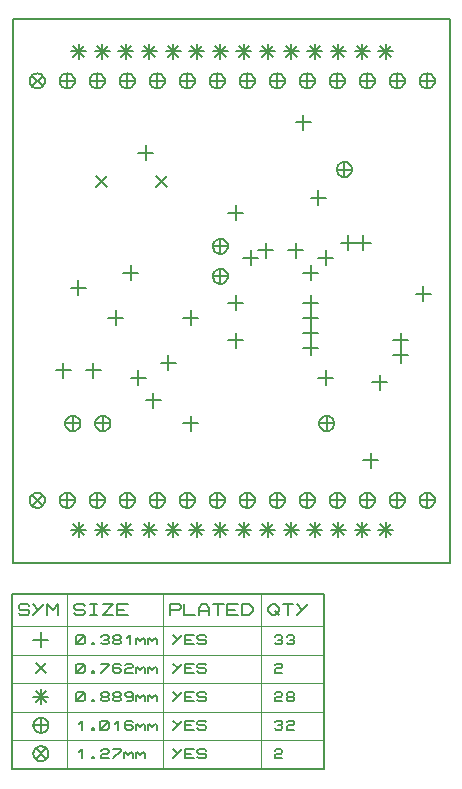
<source format=gbr>
G04 PROTEUS RS274X GERBER FILE*
%FSLAX45Y45*%
%MOMM*%
G01*
%ADD23C,0.203200*%
%ADD26C,0.127000*%
%ADD27C,0.063500*%
D23*
X+1506272Y-2461272D02*
X+1506272Y-2588272D01*
X+1442772Y-2524772D02*
X+1569772Y-2524772D01*
X+2014272Y-1953272D02*
X+2014272Y-2080272D01*
X+1950772Y-2016772D02*
X+2077772Y-2016772D01*
X+2522272Y-2461272D02*
X+2522272Y-2588272D01*
X+2458772Y-2524772D02*
X+2585772Y-2524772D01*
X+680772Y-2905772D02*
X+680772Y-3032772D01*
X+617272Y-2969272D02*
X+744272Y-2969272D01*
X+1506272Y-3357272D02*
X+1506272Y-3484272D01*
X+1442772Y-3420772D02*
X+1569772Y-3420772D01*
X+426772Y-2905772D02*
X+426772Y-3032772D01*
X+363272Y-2969272D02*
X+490272Y-2969272D01*
X+2649272Y-2969272D02*
X+2649272Y-3096272D01*
X+2585772Y-3032772D02*
X+2712772Y-3032772D01*
X+2522272Y-2334272D02*
X+2522272Y-2461272D01*
X+2458772Y-2397772D02*
X+2585772Y-2397772D01*
X+2522272Y-2588272D02*
X+2522272Y-2715272D01*
X+2458772Y-2651772D02*
X+2585772Y-2651772D01*
X+2395272Y-1889772D02*
X+2395272Y-2016772D01*
X+2331772Y-1953272D02*
X+2458772Y-1953272D01*
X+1887272Y-2334272D02*
X+1887272Y-2461272D01*
X+1823772Y-2397772D02*
X+1950772Y-2397772D01*
X+2522272Y-2715272D02*
X+2522272Y-2842272D01*
X+2458772Y-2778772D02*
X+2585772Y-2778772D01*
X+2649272Y-1953272D02*
X+2649272Y-2080272D01*
X+2585772Y-2016772D02*
X+2712772Y-2016772D01*
X+1188772Y-3159772D02*
X+1188772Y-3286772D01*
X+1125272Y-3223272D02*
X+1252272Y-3223272D01*
X+1887272Y-2651772D02*
X+1887272Y-2778772D01*
X+1823772Y-2715272D02*
X+1950772Y-2715272D01*
X+1887272Y-1572272D02*
X+1887272Y-1699272D01*
X+1823772Y-1635772D02*
X+1950772Y-1635772D01*
X+1061772Y-2969272D02*
X+1061772Y-3096272D01*
X+998272Y-3032772D02*
X+1125272Y-3032772D01*
X+871272Y-2461272D02*
X+871272Y-2588272D01*
X+807772Y-2524772D02*
X+934772Y-2524772D01*
X+2141272Y-1889772D02*
X+2141272Y-2016772D01*
X+2077772Y-1953272D02*
X+2204772Y-1953272D01*
X+1315772Y-2842272D02*
X+1315772Y-2969272D01*
X+1252272Y-2905772D02*
X+1379272Y-2905772D01*
X+3284272Y-2778772D02*
X+3284272Y-2905772D01*
X+3220772Y-2842272D02*
X+3347772Y-2842272D01*
X+3284272Y-2651772D02*
X+3284272Y-2778772D01*
X+3220772Y-2715272D02*
X+3347772Y-2715272D01*
X+3105772Y-3007272D02*
X+3105772Y-3134272D01*
X+3042272Y-3070772D02*
X+3169272Y-3070772D01*
X+1125272Y-1064272D02*
X+1125272Y-1191272D01*
X+1061772Y-1127772D02*
X+1188772Y-1127772D01*
X+998272Y-2080272D02*
X+998272Y-2207272D01*
X+934772Y-2143772D02*
X+1061772Y-2143772D01*
X+2839772Y-1826272D02*
X+2839772Y-1953272D01*
X+2776272Y-1889772D02*
X+2903272Y-1889772D01*
X+553772Y-2207272D02*
X+553772Y-2334272D01*
X+490272Y-2270772D02*
X+617272Y-2270772D01*
X+3030272Y-3667772D02*
X+3030272Y-3794772D01*
X+2966772Y-3731272D02*
X+3093772Y-3731272D01*
X+2522272Y-2080272D02*
X+2522272Y-2207272D01*
X+2458772Y-2143772D02*
X+2585772Y-2143772D01*
X+3474772Y-2257272D02*
X+3474772Y-2384272D01*
X+3411272Y-2320772D02*
X+3538272Y-2320772D01*
X+2966772Y-1826272D02*
X+2966772Y-1953272D01*
X+2903272Y-1889772D02*
X+3030272Y-1889772D01*
X+2458772Y-807272D02*
X+2458772Y-934272D01*
X+2395272Y-870772D02*
X+2522272Y-870772D01*
X+2585772Y-1445272D02*
X+2585772Y-1572272D01*
X+2522272Y-1508772D02*
X+2649272Y-1508772D01*
X+555772Y-4257272D02*
X+555772Y-4384272D01*
X+492272Y-4320772D02*
X+619272Y-4320772D01*
X+510871Y-4275871D02*
X+600673Y-4365673D01*
X+510871Y-4365673D02*
X+600673Y-4275871D01*
X+555772Y-207272D02*
X+555772Y-334272D01*
X+492272Y-270772D02*
X+619272Y-270772D01*
X+510871Y-225871D02*
X+600673Y-315673D01*
X+510871Y-315673D02*
X+600673Y-225871D01*
X+755772Y-4257272D02*
X+755772Y-4384272D01*
X+692272Y-4320772D02*
X+819272Y-4320772D01*
X+710871Y-4275871D02*
X+800673Y-4365673D01*
X+710871Y-4365673D02*
X+800673Y-4275871D01*
X+755772Y-207272D02*
X+755772Y-334272D01*
X+692272Y-270772D02*
X+819272Y-270772D01*
X+710871Y-225871D02*
X+800673Y-315673D01*
X+710871Y-315673D02*
X+800673Y-225871D01*
X+955772Y-4257272D02*
X+955772Y-4384272D01*
X+892272Y-4320772D02*
X+1019272Y-4320772D01*
X+910871Y-4275871D02*
X+1000673Y-4365673D01*
X+910871Y-4365673D02*
X+1000673Y-4275871D01*
X+955772Y-207272D02*
X+955772Y-334272D01*
X+892272Y-270772D02*
X+1019272Y-270772D01*
X+910871Y-225871D02*
X+1000673Y-315673D01*
X+910871Y-315673D02*
X+1000673Y-225871D01*
X+1155772Y-4257272D02*
X+1155772Y-4384272D01*
X+1092272Y-4320772D02*
X+1219272Y-4320772D01*
X+1110871Y-4275871D02*
X+1200673Y-4365673D01*
X+1110871Y-4365673D02*
X+1200673Y-4275871D01*
X+1155772Y-207272D02*
X+1155772Y-334272D01*
X+1092272Y-270772D02*
X+1219272Y-270772D01*
X+1110871Y-225871D02*
X+1200673Y-315673D01*
X+1110871Y-315673D02*
X+1200673Y-225871D01*
X+1355772Y-4257272D02*
X+1355772Y-4384272D01*
X+1292272Y-4320772D02*
X+1419272Y-4320772D01*
X+1310871Y-4275871D02*
X+1400673Y-4365673D01*
X+1310871Y-4365673D02*
X+1400673Y-4275871D01*
X+1355772Y-207272D02*
X+1355772Y-334272D01*
X+1292272Y-270772D02*
X+1419272Y-270772D01*
X+1310871Y-225871D02*
X+1400673Y-315673D01*
X+1310871Y-315673D02*
X+1400673Y-225871D01*
X+1555772Y-4257272D02*
X+1555772Y-4384272D01*
X+1492272Y-4320772D02*
X+1619272Y-4320772D01*
X+1510871Y-4275871D02*
X+1600673Y-4365673D01*
X+1510871Y-4365673D02*
X+1600673Y-4275871D01*
X+1555772Y-207272D02*
X+1555772Y-334272D01*
X+1492272Y-270772D02*
X+1619272Y-270772D01*
X+1510871Y-225871D02*
X+1600673Y-315673D01*
X+1510871Y-315673D02*
X+1600673Y-225871D01*
X+1755772Y-4257272D02*
X+1755772Y-4384272D01*
X+1692272Y-4320772D02*
X+1819272Y-4320772D01*
X+1710871Y-4275871D02*
X+1800673Y-4365673D01*
X+1710871Y-4365673D02*
X+1800673Y-4275871D01*
X+1755772Y-207272D02*
X+1755772Y-334272D01*
X+1692272Y-270772D02*
X+1819272Y-270772D01*
X+1710871Y-225871D02*
X+1800673Y-315673D01*
X+1710871Y-315673D02*
X+1800673Y-225871D01*
X+1955772Y-4257272D02*
X+1955772Y-4384272D01*
X+1892272Y-4320772D02*
X+2019272Y-4320772D01*
X+1910871Y-4275871D02*
X+2000673Y-4365673D01*
X+1910871Y-4365673D02*
X+2000673Y-4275871D01*
X+1955772Y-207272D02*
X+1955772Y-334272D01*
X+1892272Y-270772D02*
X+2019272Y-270772D01*
X+1910871Y-225871D02*
X+2000673Y-315673D01*
X+1910871Y-315673D02*
X+2000673Y-225871D01*
X+2155772Y-4257272D02*
X+2155772Y-4384272D01*
X+2092272Y-4320772D02*
X+2219272Y-4320772D01*
X+2110871Y-4275871D02*
X+2200673Y-4365673D01*
X+2110871Y-4365673D02*
X+2200673Y-4275871D01*
X+2155772Y-207272D02*
X+2155772Y-334272D01*
X+2092272Y-270772D02*
X+2219272Y-270772D01*
X+2110871Y-225871D02*
X+2200673Y-315673D01*
X+2110871Y-315673D02*
X+2200673Y-225871D01*
X+2355772Y-4257272D02*
X+2355772Y-4384272D01*
X+2292272Y-4320772D02*
X+2419272Y-4320772D01*
X+2310871Y-4275871D02*
X+2400673Y-4365673D01*
X+2310871Y-4365673D02*
X+2400673Y-4275871D01*
X+2355772Y-207272D02*
X+2355772Y-334272D01*
X+2292272Y-270772D02*
X+2419272Y-270772D01*
X+2310871Y-225871D02*
X+2400673Y-315673D01*
X+2310871Y-315673D02*
X+2400673Y-225871D01*
X+2555772Y-4257272D02*
X+2555772Y-4384272D01*
X+2492272Y-4320772D02*
X+2619272Y-4320772D01*
X+2510871Y-4275871D02*
X+2600673Y-4365673D01*
X+2510871Y-4365673D02*
X+2600673Y-4275871D01*
X+2555772Y-207272D02*
X+2555772Y-334272D01*
X+2492272Y-270772D02*
X+2619272Y-270772D01*
X+2510871Y-225871D02*
X+2600673Y-315673D01*
X+2510871Y-315673D02*
X+2600673Y-225871D01*
X+2755772Y-4257272D02*
X+2755772Y-4384272D01*
X+2692272Y-4320772D02*
X+2819272Y-4320772D01*
X+2710871Y-4275871D02*
X+2800673Y-4365673D01*
X+2710871Y-4365673D02*
X+2800673Y-4275871D01*
X+2755772Y-207272D02*
X+2755772Y-334272D01*
X+2692272Y-270772D02*
X+2819272Y-270772D01*
X+2710871Y-225871D02*
X+2800673Y-315673D01*
X+2710871Y-315673D02*
X+2800673Y-225871D01*
X+2955772Y-4257272D02*
X+2955772Y-4384272D01*
X+2892272Y-4320772D02*
X+3019272Y-4320772D01*
X+2910871Y-4275871D02*
X+3000673Y-4365673D01*
X+2910871Y-4365673D02*
X+3000673Y-4275871D01*
X+2955772Y-207272D02*
X+2955772Y-334272D01*
X+2892272Y-270772D02*
X+3019272Y-270772D01*
X+2910871Y-225871D02*
X+3000673Y-315673D01*
X+2910871Y-315673D02*
X+3000673Y-225871D01*
X+3155772Y-4257272D02*
X+3155772Y-4384272D01*
X+3092272Y-4320772D02*
X+3219272Y-4320772D01*
X+3110871Y-4275871D02*
X+3200673Y-4365673D01*
X+3110871Y-4365673D02*
X+3200673Y-4275871D01*
X+3155772Y-207272D02*
X+3155772Y-334272D01*
X+3092272Y-270772D02*
X+3219272Y-270772D01*
X+3110871Y-225871D02*
X+3200673Y-315673D01*
X+3110871Y-315673D02*
X+3200673Y-225871D01*
X+702871Y-1325871D02*
X+792673Y-1415673D01*
X+702871Y-1415673D02*
X+792673Y-1325871D01*
X+1210871Y-1325871D02*
X+1300673Y-1415673D01*
X+1210871Y-1415673D02*
X+1300673Y-1325871D01*
X+2869272Y-1270772D02*
X+2869055Y-1265525D01*
X+2867290Y-1255030D01*
X+2863598Y-1244535D01*
X+2857570Y-1234040D01*
X+2848348Y-1223660D01*
X+2837853Y-1215972D01*
X+2827358Y-1211054D01*
X+2816863Y-1208248D01*
X+2806368Y-1207275D01*
X+2805772Y-1207272D01*
X+2742272Y-1270772D02*
X+2742489Y-1265525D01*
X+2744254Y-1255030D01*
X+2747946Y-1244535D01*
X+2753974Y-1234040D01*
X+2763196Y-1223660D01*
X+2773691Y-1215972D01*
X+2784186Y-1211054D01*
X+2794681Y-1208248D01*
X+2805176Y-1207275D01*
X+2805772Y-1207272D01*
X+2742272Y-1270772D02*
X+2742489Y-1276019D01*
X+2744254Y-1286514D01*
X+2747946Y-1297009D01*
X+2753974Y-1307504D01*
X+2763196Y-1317884D01*
X+2773691Y-1325572D01*
X+2784186Y-1330490D01*
X+2794681Y-1333296D01*
X+2805176Y-1334269D01*
X+2805772Y-1334272D01*
X+2869272Y-1270772D02*
X+2869055Y-1276019D01*
X+2867290Y-1286514D01*
X+2863598Y-1297009D01*
X+2857570Y-1307504D01*
X+2848348Y-1317884D01*
X+2837853Y-1325572D01*
X+2827358Y-1330490D01*
X+2816863Y-1333296D01*
X+2806368Y-1334269D01*
X+2805772Y-1334272D01*
X+2805772Y-1207272D02*
X+2805772Y-1334272D01*
X+2742272Y-1270772D02*
X+2869272Y-1270772D01*
X+2719272Y-3420772D02*
X+2719055Y-3415525D01*
X+2717290Y-3405030D01*
X+2713598Y-3394535D01*
X+2707570Y-3384040D01*
X+2698348Y-3373660D01*
X+2687853Y-3365972D01*
X+2677358Y-3361054D01*
X+2666863Y-3358248D01*
X+2656368Y-3357275D01*
X+2655772Y-3357272D01*
X+2592272Y-3420772D02*
X+2592489Y-3415525D01*
X+2594254Y-3405030D01*
X+2597946Y-3394535D01*
X+2603974Y-3384040D01*
X+2613196Y-3373660D01*
X+2623691Y-3365972D01*
X+2634186Y-3361054D01*
X+2644681Y-3358248D01*
X+2655176Y-3357275D01*
X+2655772Y-3357272D01*
X+2592272Y-3420772D02*
X+2592489Y-3426019D01*
X+2594254Y-3436514D01*
X+2597946Y-3447009D01*
X+2603974Y-3457504D01*
X+2613196Y-3467884D01*
X+2623691Y-3475572D01*
X+2634186Y-3480490D01*
X+2644681Y-3483296D01*
X+2655176Y-3484269D01*
X+2655772Y-3484272D01*
X+2719272Y-3420772D02*
X+2719055Y-3426019D01*
X+2717290Y-3436514D01*
X+2713598Y-3447009D01*
X+2707570Y-3457504D01*
X+2698348Y-3467884D01*
X+2687853Y-3475572D01*
X+2677358Y-3480490D01*
X+2666863Y-3483296D01*
X+2656368Y-3484269D01*
X+2655772Y-3484272D01*
X+2655772Y-3357272D02*
X+2655772Y-3484272D01*
X+2592272Y-3420772D02*
X+2719272Y-3420772D01*
X+269272Y-520772D02*
X+269055Y-515525D01*
X+267290Y-505030D01*
X+263598Y-494535D01*
X+257570Y-484040D01*
X+248348Y-473660D01*
X+237853Y-465972D01*
X+227358Y-461054D01*
X+216863Y-458248D01*
X+206368Y-457275D01*
X+205772Y-457272D01*
X+142272Y-520772D02*
X+142489Y-515525D01*
X+144254Y-505030D01*
X+147946Y-494535D01*
X+153974Y-484040D01*
X+163196Y-473660D01*
X+173691Y-465972D01*
X+184186Y-461054D01*
X+194681Y-458248D01*
X+205176Y-457275D01*
X+205772Y-457272D01*
X+142272Y-520772D02*
X+142489Y-526019D01*
X+144254Y-536514D01*
X+147946Y-547009D01*
X+153974Y-557504D01*
X+163196Y-567884D01*
X+173691Y-575572D01*
X+184186Y-580490D01*
X+194681Y-583296D01*
X+205176Y-584269D01*
X+205772Y-584272D01*
X+269272Y-520772D02*
X+269055Y-526019D01*
X+267290Y-536514D01*
X+263598Y-547009D01*
X+257570Y-557504D01*
X+248348Y-567884D01*
X+237853Y-575572D01*
X+227358Y-580490D01*
X+216863Y-583296D01*
X+206368Y-584269D01*
X+205772Y-584272D01*
X+160871Y-475871D02*
X+250673Y-565673D01*
X+160871Y-565673D02*
X+250673Y-475871D01*
X+523272Y-520772D02*
X+523055Y-515525D01*
X+521290Y-505030D01*
X+517598Y-494535D01*
X+511570Y-484040D01*
X+502348Y-473660D01*
X+491853Y-465972D01*
X+481358Y-461054D01*
X+470863Y-458248D01*
X+460368Y-457275D01*
X+459772Y-457272D01*
X+396272Y-520772D02*
X+396489Y-515525D01*
X+398254Y-505030D01*
X+401946Y-494535D01*
X+407974Y-484040D01*
X+417196Y-473660D01*
X+427691Y-465972D01*
X+438186Y-461054D01*
X+448681Y-458248D01*
X+459176Y-457275D01*
X+459772Y-457272D01*
X+396272Y-520772D02*
X+396489Y-526019D01*
X+398254Y-536514D01*
X+401946Y-547009D01*
X+407974Y-557504D01*
X+417196Y-567884D01*
X+427691Y-575572D01*
X+438186Y-580490D01*
X+448681Y-583296D01*
X+459176Y-584269D01*
X+459772Y-584272D01*
X+523272Y-520772D02*
X+523055Y-526019D01*
X+521290Y-536514D01*
X+517598Y-547009D01*
X+511570Y-557504D01*
X+502348Y-567884D01*
X+491853Y-575572D01*
X+481358Y-580490D01*
X+470863Y-583296D01*
X+460368Y-584269D01*
X+459772Y-584272D01*
X+459772Y-457272D02*
X+459772Y-584272D01*
X+396272Y-520772D02*
X+523272Y-520772D01*
X+777272Y-520772D02*
X+777055Y-515525D01*
X+775290Y-505030D01*
X+771598Y-494535D01*
X+765570Y-484040D01*
X+756348Y-473660D01*
X+745853Y-465972D01*
X+735358Y-461054D01*
X+724863Y-458248D01*
X+714368Y-457275D01*
X+713772Y-457272D01*
X+650272Y-520772D02*
X+650489Y-515525D01*
X+652254Y-505030D01*
X+655946Y-494535D01*
X+661974Y-484040D01*
X+671196Y-473660D01*
X+681691Y-465972D01*
X+692186Y-461054D01*
X+702681Y-458248D01*
X+713176Y-457275D01*
X+713772Y-457272D01*
X+650272Y-520772D02*
X+650489Y-526019D01*
X+652254Y-536514D01*
X+655946Y-547009D01*
X+661974Y-557504D01*
X+671196Y-567884D01*
X+681691Y-575572D01*
X+692186Y-580490D01*
X+702681Y-583296D01*
X+713176Y-584269D01*
X+713772Y-584272D01*
X+777272Y-520772D02*
X+777055Y-526019D01*
X+775290Y-536514D01*
X+771598Y-547009D01*
X+765570Y-557504D01*
X+756348Y-567884D01*
X+745853Y-575572D01*
X+735358Y-580490D01*
X+724863Y-583296D01*
X+714368Y-584269D01*
X+713772Y-584272D01*
X+713772Y-457272D02*
X+713772Y-584272D01*
X+650272Y-520772D02*
X+777272Y-520772D01*
X+1031272Y-520772D02*
X+1031055Y-515525D01*
X+1029290Y-505030D01*
X+1025598Y-494535D01*
X+1019570Y-484040D01*
X+1010348Y-473660D01*
X+999853Y-465972D01*
X+989358Y-461054D01*
X+978863Y-458248D01*
X+968368Y-457275D01*
X+967772Y-457272D01*
X+904272Y-520772D02*
X+904489Y-515525D01*
X+906254Y-505030D01*
X+909946Y-494535D01*
X+915974Y-484040D01*
X+925196Y-473660D01*
X+935691Y-465972D01*
X+946186Y-461054D01*
X+956681Y-458248D01*
X+967176Y-457275D01*
X+967772Y-457272D01*
X+904272Y-520772D02*
X+904489Y-526019D01*
X+906254Y-536514D01*
X+909946Y-547009D01*
X+915974Y-557504D01*
X+925196Y-567884D01*
X+935691Y-575572D01*
X+946186Y-580490D01*
X+956681Y-583296D01*
X+967176Y-584269D01*
X+967772Y-584272D01*
X+1031272Y-520772D02*
X+1031055Y-526019D01*
X+1029290Y-536514D01*
X+1025598Y-547009D01*
X+1019570Y-557504D01*
X+1010348Y-567884D01*
X+999853Y-575572D01*
X+989358Y-580490D01*
X+978863Y-583296D01*
X+968368Y-584269D01*
X+967772Y-584272D01*
X+967772Y-457272D02*
X+967772Y-584272D01*
X+904272Y-520772D02*
X+1031272Y-520772D01*
X+1285272Y-520772D02*
X+1285055Y-515525D01*
X+1283290Y-505030D01*
X+1279598Y-494535D01*
X+1273570Y-484040D01*
X+1264348Y-473660D01*
X+1253853Y-465972D01*
X+1243358Y-461054D01*
X+1232863Y-458248D01*
X+1222368Y-457275D01*
X+1221772Y-457272D01*
X+1158272Y-520772D02*
X+1158489Y-515525D01*
X+1160254Y-505030D01*
X+1163946Y-494535D01*
X+1169974Y-484040D01*
X+1179196Y-473660D01*
X+1189691Y-465972D01*
X+1200186Y-461054D01*
X+1210681Y-458248D01*
X+1221176Y-457275D01*
X+1221772Y-457272D01*
X+1158272Y-520772D02*
X+1158489Y-526019D01*
X+1160254Y-536514D01*
X+1163946Y-547009D01*
X+1169974Y-557504D01*
X+1179196Y-567884D01*
X+1189691Y-575572D01*
X+1200186Y-580490D01*
X+1210681Y-583296D01*
X+1221176Y-584269D01*
X+1221772Y-584272D01*
X+1285272Y-520772D02*
X+1285055Y-526019D01*
X+1283290Y-536514D01*
X+1279598Y-547009D01*
X+1273570Y-557504D01*
X+1264348Y-567884D01*
X+1253853Y-575572D01*
X+1243358Y-580490D01*
X+1232863Y-583296D01*
X+1222368Y-584269D01*
X+1221772Y-584272D01*
X+1221772Y-457272D02*
X+1221772Y-584272D01*
X+1158272Y-520772D02*
X+1285272Y-520772D01*
X+1539272Y-520772D02*
X+1539055Y-515525D01*
X+1537290Y-505030D01*
X+1533598Y-494535D01*
X+1527570Y-484040D01*
X+1518348Y-473660D01*
X+1507853Y-465972D01*
X+1497358Y-461054D01*
X+1486863Y-458248D01*
X+1476368Y-457275D01*
X+1475772Y-457272D01*
X+1412272Y-520772D02*
X+1412489Y-515525D01*
X+1414254Y-505030D01*
X+1417946Y-494535D01*
X+1423974Y-484040D01*
X+1433196Y-473660D01*
X+1443691Y-465972D01*
X+1454186Y-461054D01*
X+1464681Y-458248D01*
X+1475176Y-457275D01*
X+1475772Y-457272D01*
X+1412272Y-520772D02*
X+1412489Y-526019D01*
X+1414254Y-536514D01*
X+1417946Y-547009D01*
X+1423974Y-557504D01*
X+1433196Y-567884D01*
X+1443691Y-575572D01*
X+1454186Y-580490D01*
X+1464681Y-583296D01*
X+1475176Y-584269D01*
X+1475772Y-584272D01*
X+1539272Y-520772D02*
X+1539055Y-526019D01*
X+1537290Y-536514D01*
X+1533598Y-547009D01*
X+1527570Y-557504D01*
X+1518348Y-567884D01*
X+1507853Y-575572D01*
X+1497358Y-580490D01*
X+1486863Y-583296D01*
X+1476368Y-584269D01*
X+1475772Y-584272D01*
X+1475772Y-457272D02*
X+1475772Y-584272D01*
X+1412272Y-520772D02*
X+1539272Y-520772D01*
X+1793272Y-520772D02*
X+1793055Y-515525D01*
X+1791290Y-505030D01*
X+1787598Y-494535D01*
X+1781570Y-484040D01*
X+1772348Y-473660D01*
X+1761853Y-465972D01*
X+1751358Y-461054D01*
X+1740863Y-458248D01*
X+1730368Y-457275D01*
X+1729772Y-457272D01*
X+1666272Y-520772D02*
X+1666489Y-515525D01*
X+1668254Y-505030D01*
X+1671946Y-494535D01*
X+1677974Y-484040D01*
X+1687196Y-473660D01*
X+1697691Y-465972D01*
X+1708186Y-461054D01*
X+1718681Y-458248D01*
X+1729176Y-457275D01*
X+1729772Y-457272D01*
X+1666272Y-520772D02*
X+1666489Y-526019D01*
X+1668254Y-536514D01*
X+1671946Y-547009D01*
X+1677974Y-557504D01*
X+1687196Y-567884D01*
X+1697691Y-575572D01*
X+1708186Y-580490D01*
X+1718681Y-583296D01*
X+1729176Y-584269D01*
X+1729772Y-584272D01*
X+1793272Y-520772D02*
X+1793055Y-526019D01*
X+1791290Y-536514D01*
X+1787598Y-547009D01*
X+1781570Y-557504D01*
X+1772348Y-567884D01*
X+1761853Y-575572D01*
X+1751358Y-580490D01*
X+1740863Y-583296D01*
X+1730368Y-584269D01*
X+1729772Y-584272D01*
X+1729772Y-457272D02*
X+1729772Y-584272D01*
X+1666272Y-520772D02*
X+1793272Y-520772D01*
X+2047272Y-520772D02*
X+2047055Y-515525D01*
X+2045290Y-505030D01*
X+2041598Y-494535D01*
X+2035570Y-484040D01*
X+2026348Y-473660D01*
X+2015853Y-465972D01*
X+2005358Y-461054D01*
X+1994863Y-458248D01*
X+1984368Y-457275D01*
X+1983772Y-457272D01*
X+1920272Y-520772D02*
X+1920489Y-515525D01*
X+1922254Y-505030D01*
X+1925946Y-494535D01*
X+1931974Y-484040D01*
X+1941196Y-473660D01*
X+1951691Y-465972D01*
X+1962186Y-461054D01*
X+1972681Y-458248D01*
X+1983176Y-457275D01*
X+1983772Y-457272D01*
X+1920272Y-520772D02*
X+1920489Y-526019D01*
X+1922254Y-536514D01*
X+1925946Y-547009D01*
X+1931974Y-557504D01*
X+1941196Y-567884D01*
X+1951691Y-575572D01*
X+1962186Y-580490D01*
X+1972681Y-583296D01*
X+1983176Y-584269D01*
X+1983772Y-584272D01*
X+2047272Y-520772D02*
X+2047055Y-526019D01*
X+2045290Y-536514D01*
X+2041598Y-547009D01*
X+2035570Y-557504D01*
X+2026348Y-567884D01*
X+2015853Y-575572D01*
X+2005358Y-580490D01*
X+1994863Y-583296D01*
X+1984368Y-584269D01*
X+1983772Y-584272D01*
X+1983772Y-457272D02*
X+1983772Y-584272D01*
X+1920272Y-520772D02*
X+2047272Y-520772D01*
X+2301272Y-520772D02*
X+2301055Y-515525D01*
X+2299290Y-505030D01*
X+2295598Y-494535D01*
X+2289570Y-484040D01*
X+2280348Y-473660D01*
X+2269853Y-465972D01*
X+2259358Y-461054D01*
X+2248863Y-458248D01*
X+2238368Y-457275D01*
X+2237772Y-457272D01*
X+2174272Y-520772D02*
X+2174489Y-515525D01*
X+2176254Y-505030D01*
X+2179946Y-494535D01*
X+2185974Y-484040D01*
X+2195196Y-473660D01*
X+2205691Y-465972D01*
X+2216186Y-461054D01*
X+2226681Y-458248D01*
X+2237176Y-457275D01*
X+2237772Y-457272D01*
X+2174272Y-520772D02*
X+2174489Y-526019D01*
X+2176254Y-536514D01*
X+2179946Y-547009D01*
X+2185974Y-557504D01*
X+2195196Y-567884D01*
X+2205691Y-575572D01*
X+2216186Y-580490D01*
X+2226681Y-583296D01*
X+2237176Y-584269D01*
X+2237772Y-584272D01*
X+2301272Y-520772D02*
X+2301055Y-526019D01*
X+2299290Y-536514D01*
X+2295598Y-547009D01*
X+2289570Y-557504D01*
X+2280348Y-567884D01*
X+2269853Y-575572D01*
X+2259358Y-580490D01*
X+2248863Y-583296D01*
X+2238368Y-584269D01*
X+2237772Y-584272D01*
X+2237772Y-457272D02*
X+2237772Y-584272D01*
X+2174272Y-520772D02*
X+2301272Y-520772D01*
X+2555272Y-520772D02*
X+2555055Y-515525D01*
X+2553290Y-505030D01*
X+2549598Y-494535D01*
X+2543570Y-484040D01*
X+2534348Y-473660D01*
X+2523853Y-465972D01*
X+2513358Y-461054D01*
X+2502863Y-458248D01*
X+2492368Y-457275D01*
X+2491772Y-457272D01*
X+2428272Y-520772D02*
X+2428489Y-515525D01*
X+2430254Y-505030D01*
X+2433946Y-494535D01*
X+2439974Y-484040D01*
X+2449196Y-473660D01*
X+2459691Y-465972D01*
X+2470186Y-461054D01*
X+2480681Y-458248D01*
X+2491176Y-457275D01*
X+2491772Y-457272D01*
X+2428272Y-520772D02*
X+2428489Y-526019D01*
X+2430254Y-536514D01*
X+2433946Y-547009D01*
X+2439974Y-557504D01*
X+2449196Y-567884D01*
X+2459691Y-575572D01*
X+2470186Y-580490D01*
X+2480681Y-583296D01*
X+2491176Y-584269D01*
X+2491772Y-584272D01*
X+2555272Y-520772D02*
X+2555055Y-526019D01*
X+2553290Y-536514D01*
X+2549598Y-547009D01*
X+2543570Y-557504D01*
X+2534348Y-567884D01*
X+2523853Y-575572D01*
X+2513358Y-580490D01*
X+2502863Y-583296D01*
X+2492368Y-584269D01*
X+2491772Y-584272D01*
X+2491772Y-457272D02*
X+2491772Y-584272D01*
X+2428272Y-520772D02*
X+2555272Y-520772D01*
X+2809272Y-520772D02*
X+2809055Y-515525D01*
X+2807290Y-505030D01*
X+2803598Y-494535D01*
X+2797570Y-484040D01*
X+2788348Y-473660D01*
X+2777853Y-465972D01*
X+2767358Y-461054D01*
X+2756863Y-458248D01*
X+2746368Y-457275D01*
X+2745772Y-457272D01*
X+2682272Y-520772D02*
X+2682489Y-515525D01*
X+2684254Y-505030D01*
X+2687946Y-494535D01*
X+2693974Y-484040D01*
X+2703196Y-473660D01*
X+2713691Y-465972D01*
X+2724186Y-461054D01*
X+2734681Y-458248D01*
X+2745176Y-457275D01*
X+2745772Y-457272D01*
X+2682272Y-520772D02*
X+2682489Y-526019D01*
X+2684254Y-536514D01*
X+2687946Y-547009D01*
X+2693974Y-557504D01*
X+2703196Y-567884D01*
X+2713691Y-575572D01*
X+2724186Y-580490D01*
X+2734681Y-583296D01*
X+2745176Y-584269D01*
X+2745772Y-584272D01*
X+2809272Y-520772D02*
X+2809055Y-526019D01*
X+2807290Y-536514D01*
X+2803598Y-547009D01*
X+2797570Y-557504D01*
X+2788348Y-567884D01*
X+2777853Y-575572D01*
X+2767358Y-580490D01*
X+2756863Y-583296D01*
X+2746368Y-584269D01*
X+2745772Y-584272D01*
X+2745772Y-457272D02*
X+2745772Y-584272D01*
X+2682272Y-520772D02*
X+2809272Y-520772D01*
X+3063272Y-520772D02*
X+3063055Y-515525D01*
X+3061290Y-505030D01*
X+3057598Y-494535D01*
X+3051570Y-484040D01*
X+3042348Y-473660D01*
X+3031853Y-465972D01*
X+3021358Y-461054D01*
X+3010863Y-458248D01*
X+3000368Y-457275D01*
X+2999772Y-457272D01*
X+2936272Y-520772D02*
X+2936489Y-515525D01*
X+2938254Y-505030D01*
X+2941946Y-494535D01*
X+2947974Y-484040D01*
X+2957196Y-473660D01*
X+2967691Y-465972D01*
X+2978186Y-461054D01*
X+2988681Y-458248D01*
X+2999176Y-457275D01*
X+2999772Y-457272D01*
X+2936272Y-520772D02*
X+2936489Y-526019D01*
X+2938254Y-536514D01*
X+2941946Y-547009D01*
X+2947974Y-557504D01*
X+2957196Y-567884D01*
X+2967691Y-575572D01*
X+2978186Y-580490D01*
X+2988681Y-583296D01*
X+2999176Y-584269D01*
X+2999772Y-584272D01*
X+3063272Y-520772D02*
X+3063055Y-526019D01*
X+3061290Y-536514D01*
X+3057598Y-547009D01*
X+3051570Y-557504D01*
X+3042348Y-567884D01*
X+3031853Y-575572D01*
X+3021358Y-580490D01*
X+3010863Y-583296D01*
X+3000368Y-584269D01*
X+2999772Y-584272D01*
X+2999772Y-457272D02*
X+2999772Y-584272D01*
X+2936272Y-520772D02*
X+3063272Y-520772D01*
X+3317272Y-520772D02*
X+3317055Y-515525D01*
X+3315290Y-505030D01*
X+3311598Y-494535D01*
X+3305570Y-484040D01*
X+3296348Y-473660D01*
X+3285853Y-465972D01*
X+3275358Y-461054D01*
X+3264863Y-458248D01*
X+3254368Y-457275D01*
X+3253772Y-457272D01*
X+3190272Y-520772D02*
X+3190489Y-515525D01*
X+3192254Y-505030D01*
X+3195946Y-494535D01*
X+3201974Y-484040D01*
X+3211196Y-473660D01*
X+3221691Y-465972D01*
X+3232186Y-461054D01*
X+3242681Y-458248D01*
X+3253176Y-457275D01*
X+3253772Y-457272D01*
X+3190272Y-520772D02*
X+3190489Y-526019D01*
X+3192254Y-536514D01*
X+3195946Y-547009D01*
X+3201974Y-557504D01*
X+3211196Y-567884D01*
X+3221691Y-575572D01*
X+3232186Y-580490D01*
X+3242681Y-583296D01*
X+3253176Y-584269D01*
X+3253772Y-584272D01*
X+3317272Y-520772D02*
X+3317055Y-526019D01*
X+3315290Y-536514D01*
X+3311598Y-547009D01*
X+3305570Y-557504D01*
X+3296348Y-567884D01*
X+3285853Y-575572D01*
X+3275358Y-580490D01*
X+3264863Y-583296D01*
X+3254368Y-584269D01*
X+3253772Y-584272D01*
X+3253772Y-457272D02*
X+3253772Y-584272D01*
X+3190272Y-520772D02*
X+3317272Y-520772D01*
X+3571272Y-520772D02*
X+3571055Y-515525D01*
X+3569290Y-505030D01*
X+3565598Y-494535D01*
X+3559570Y-484040D01*
X+3550348Y-473660D01*
X+3539853Y-465972D01*
X+3529358Y-461054D01*
X+3518863Y-458248D01*
X+3508368Y-457275D01*
X+3507772Y-457272D01*
X+3444272Y-520772D02*
X+3444489Y-515525D01*
X+3446254Y-505030D01*
X+3449946Y-494535D01*
X+3455974Y-484040D01*
X+3465196Y-473660D01*
X+3475691Y-465972D01*
X+3486186Y-461054D01*
X+3496681Y-458248D01*
X+3507176Y-457275D01*
X+3507772Y-457272D01*
X+3444272Y-520772D02*
X+3444489Y-526019D01*
X+3446254Y-536514D01*
X+3449946Y-547009D01*
X+3455974Y-557504D01*
X+3465196Y-567884D01*
X+3475691Y-575572D01*
X+3486186Y-580490D01*
X+3496681Y-583296D01*
X+3507176Y-584269D01*
X+3507772Y-584272D01*
X+3571272Y-520772D02*
X+3571055Y-526019D01*
X+3569290Y-536514D01*
X+3565598Y-547009D01*
X+3559570Y-557504D01*
X+3550348Y-567884D01*
X+3539853Y-575572D01*
X+3529358Y-580490D01*
X+3518863Y-583296D01*
X+3508368Y-584269D01*
X+3507772Y-584272D01*
X+3507772Y-457272D02*
X+3507772Y-584272D01*
X+3444272Y-520772D02*
X+3571272Y-520772D01*
X+269272Y-4070772D02*
X+269055Y-4065525D01*
X+267290Y-4055030D01*
X+263598Y-4044535D01*
X+257570Y-4034040D01*
X+248348Y-4023660D01*
X+237853Y-4015972D01*
X+227358Y-4011054D01*
X+216863Y-4008248D01*
X+206368Y-4007275D01*
X+205772Y-4007272D01*
X+142272Y-4070772D02*
X+142489Y-4065525D01*
X+144254Y-4055030D01*
X+147946Y-4044535D01*
X+153974Y-4034040D01*
X+163196Y-4023660D01*
X+173691Y-4015972D01*
X+184186Y-4011054D01*
X+194681Y-4008248D01*
X+205176Y-4007275D01*
X+205772Y-4007272D01*
X+142272Y-4070772D02*
X+142489Y-4076019D01*
X+144254Y-4086514D01*
X+147946Y-4097009D01*
X+153974Y-4107504D01*
X+163196Y-4117884D01*
X+173691Y-4125572D01*
X+184186Y-4130490D01*
X+194681Y-4133296D01*
X+205176Y-4134269D01*
X+205772Y-4134272D01*
X+269272Y-4070772D02*
X+269055Y-4076019D01*
X+267290Y-4086514D01*
X+263598Y-4097009D01*
X+257570Y-4107504D01*
X+248348Y-4117884D01*
X+237853Y-4125572D01*
X+227358Y-4130490D01*
X+216863Y-4133296D01*
X+206368Y-4134269D01*
X+205772Y-4134272D01*
X+160871Y-4025871D02*
X+250673Y-4115673D01*
X+160871Y-4115673D02*
X+250673Y-4025871D01*
X+523272Y-4070772D02*
X+523055Y-4065525D01*
X+521290Y-4055030D01*
X+517598Y-4044535D01*
X+511570Y-4034040D01*
X+502348Y-4023660D01*
X+491853Y-4015972D01*
X+481358Y-4011054D01*
X+470863Y-4008248D01*
X+460368Y-4007275D01*
X+459772Y-4007272D01*
X+396272Y-4070772D02*
X+396489Y-4065525D01*
X+398254Y-4055030D01*
X+401946Y-4044535D01*
X+407974Y-4034040D01*
X+417196Y-4023660D01*
X+427691Y-4015972D01*
X+438186Y-4011054D01*
X+448681Y-4008248D01*
X+459176Y-4007275D01*
X+459772Y-4007272D01*
X+396272Y-4070772D02*
X+396489Y-4076019D01*
X+398254Y-4086514D01*
X+401946Y-4097009D01*
X+407974Y-4107504D01*
X+417196Y-4117884D01*
X+427691Y-4125572D01*
X+438186Y-4130490D01*
X+448681Y-4133296D01*
X+459176Y-4134269D01*
X+459772Y-4134272D01*
X+523272Y-4070772D02*
X+523055Y-4076019D01*
X+521290Y-4086514D01*
X+517598Y-4097009D01*
X+511570Y-4107504D01*
X+502348Y-4117884D01*
X+491853Y-4125572D01*
X+481358Y-4130490D01*
X+470863Y-4133296D01*
X+460368Y-4134269D01*
X+459772Y-4134272D01*
X+459772Y-4007272D02*
X+459772Y-4134272D01*
X+396272Y-4070772D02*
X+523272Y-4070772D01*
X+777272Y-4070772D02*
X+777055Y-4065525D01*
X+775290Y-4055030D01*
X+771598Y-4044535D01*
X+765570Y-4034040D01*
X+756348Y-4023660D01*
X+745853Y-4015972D01*
X+735358Y-4011054D01*
X+724863Y-4008248D01*
X+714368Y-4007275D01*
X+713772Y-4007272D01*
X+650272Y-4070772D02*
X+650489Y-4065525D01*
X+652254Y-4055030D01*
X+655946Y-4044535D01*
X+661974Y-4034040D01*
X+671196Y-4023660D01*
X+681691Y-4015972D01*
X+692186Y-4011054D01*
X+702681Y-4008248D01*
X+713176Y-4007275D01*
X+713772Y-4007272D01*
X+650272Y-4070772D02*
X+650489Y-4076019D01*
X+652254Y-4086514D01*
X+655946Y-4097009D01*
X+661974Y-4107504D01*
X+671196Y-4117884D01*
X+681691Y-4125572D01*
X+692186Y-4130490D01*
X+702681Y-4133296D01*
X+713176Y-4134269D01*
X+713772Y-4134272D01*
X+777272Y-4070772D02*
X+777055Y-4076019D01*
X+775290Y-4086514D01*
X+771598Y-4097009D01*
X+765570Y-4107504D01*
X+756348Y-4117884D01*
X+745853Y-4125572D01*
X+735358Y-4130490D01*
X+724863Y-4133296D01*
X+714368Y-4134269D01*
X+713772Y-4134272D01*
X+713772Y-4007272D02*
X+713772Y-4134272D01*
X+650272Y-4070772D02*
X+777272Y-4070772D01*
X+1031272Y-4070772D02*
X+1031055Y-4065525D01*
X+1029290Y-4055030D01*
X+1025598Y-4044535D01*
X+1019570Y-4034040D01*
X+1010348Y-4023660D01*
X+999853Y-4015972D01*
X+989358Y-4011054D01*
X+978863Y-4008248D01*
X+968368Y-4007275D01*
X+967772Y-4007272D01*
X+904272Y-4070772D02*
X+904489Y-4065525D01*
X+906254Y-4055030D01*
X+909946Y-4044535D01*
X+915974Y-4034040D01*
X+925196Y-4023660D01*
X+935691Y-4015972D01*
X+946186Y-4011054D01*
X+956681Y-4008248D01*
X+967176Y-4007275D01*
X+967772Y-4007272D01*
X+904272Y-4070772D02*
X+904489Y-4076019D01*
X+906254Y-4086514D01*
X+909946Y-4097009D01*
X+915974Y-4107504D01*
X+925196Y-4117884D01*
X+935691Y-4125572D01*
X+946186Y-4130490D01*
X+956681Y-4133296D01*
X+967176Y-4134269D01*
X+967772Y-4134272D01*
X+1031272Y-4070772D02*
X+1031055Y-4076019D01*
X+1029290Y-4086514D01*
X+1025598Y-4097009D01*
X+1019570Y-4107504D01*
X+1010348Y-4117884D01*
X+999853Y-4125572D01*
X+989358Y-4130490D01*
X+978863Y-4133296D01*
X+968368Y-4134269D01*
X+967772Y-4134272D01*
X+967772Y-4007272D02*
X+967772Y-4134272D01*
X+904272Y-4070772D02*
X+1031272Y-4070772D01*
X+1285272Y-4070772D02*
X+1285055Y-4065525D01*
X+1283290Y-4055030D01*
X+1279598Y-4044535D01*
X+1273570Y-4034040D01*
X+1264348Y-4023660D01*
X+1253853Y-4015972D01*
X+1243358Y-4011054D01*
X+1232863Y-4008248D01*
X+1222368Y-4007275D01*
X+1221772Y-4007272D01*
X+1158272Y-4070772D02*
X+1158489Y-4065525D01*
X+1160254Y-4055030D01*
X+1163946Y-4044535D01*
X+1169974Y-4034040D01*
X+1179196Y-4023660D01*
X+1189691Y-4015972D01*
X+1200186Y-4011054D01*
X+1210681Y-4008248D01*
X+1221176Y-4007275D01*
X+1221772Y-4007272D01*
X+1158272Y-4070772D02*
X+1158489Y-4076019D01*
X+1160254Y-4086514D01*
X+1163946Y-4097009D01*
X+1169974Y-4107504D01*
X+1179196Y-4117884D01*
X+1189691Y-4125572D01*
X+1200186Y-4130490D01*
X+1210681Y-4133296D01*
X+1221176Y-4134269D01*
X+1221772Y-4134272D01*
X+1285272Y-4070772D02*
X+1285055Y-4076019D01*
X+1283290Y-4086514D01*
X+1279598Y-4097009D01*
X+1273570Y-4107504D01*
X+1264348Y-4117884D01*
X+1253853Y-4125572D01*
X+1243358Y-4130490D01*
X+1232863Y-4133296D01*
X+1222368Y-4134269D01*
X+1221772Y-4134272D01*
X+1221772Y-4007272D02*
X+1221772Y-4134272D01*
X+1158272Y-4070772D02*
X+1285272Y-4070772D01*
X+1539272Y-4070772D02*
X+1539055Y-4065525D01*
X+1537290Y-4055030D01*
X+1533598Y-4044535D01*
X+1527570Y-4034040D01*
X+1518348Y-4023660D01*
X+1507853Y-4015972D01*
X+1497358Y-4011054D01*
X+1486863Y-4008248D01*
X+1476368Y-4007275D01*
X+1475772Y-4007272D01*
X+1412272Y-4070772D02*
X+1412489Y-4065525D01*
X+1414254Y-4055030D01*
X+1417946Y-4044535D01*
X+1423974Y-4034040D01*
X+1433196Y-4023660D01*
X+1443691Y-4015972D01*
X+1454186Y-4011054D01*
X+1464681Y-4008248D01*
X+1475176Y-4007275D01*
X+1475772Y-4007272D01*
X+1412272Y-4070772D02*
X+1412489Y-4076019D01*
X+1414254Y-4086514D01*
X+1417946Y-4097009D01*
X+1423974Y-4107504D01*
X+1433196Y-4117884D01*
X+1443691Y-4125572D01*
X+1454186Y-4130490D01*
X+1464681Y-4133296D01*
X+1475176Y-4134269D01*
X+1475772Y-4134272D01*
X+1539272Y-4070772D02*
X+1539055Y-4076019D01*
X+1537290Y-4086514D01*
X+1533598Y-4097009D01*
X+1527570Y-4107504D01*
X+1518348Y-4117884D01*
X+1507853Y-4125572D01*
X+1497358Y-4130490D01*
X+1486863Y-4133296D01*
X+1476368Y-4134269D01*
X+1475772Y-4134272D01*
X+1475772Y-4007272D02*
X+1475772Y-4134272D01*
X+1412272Y-4070772D02*
X+1539272Y-4070772D01*
X+1793272Y-4070772D02*
X+1793055Y-4065525D01*
X+1791290Y-4055030D01*
X+1787598Y-4044535D01*
X+1781570Y-4034040D01*
X+1772348Y-4023660D01*
X+1761853Y-4015972D01*
X+1751358Y-4011054D01*
X+1740863Y-4008248D01*
X+1730368Y-4007275D01*
X+1729772Y-4007272D01*
X+1666272Y-4070772D02*
X+1666489Y-4065525D01*
X+1668254Y-4055030D01*
X+1671946Y-4044535D01*
X+1677974Y-4034040D01*
X+1687196Y-4023660D01*
X+1697691Y-4015972D01*
X+1708186Y-4011054D01*
X+1718681Y-4008248D01*
X+1729176Y-4007275D01*
X+1729772Y-4007272D01*
X+1666272Y-4070772D02*
X+1666489Y-4076019D01*
X+1668254Y-4086514D01*
X+1671946Y-4097009D01*
X+1677974Y-4107504D01*
X+1687196Y-4117884D01*
X+1697691Y-4125572D01*
X+1708186Y-4130490D01*
X+1718681Y-4133296D01*
X+1729176Y-4134269D01*
X+1729772Y-4134272D01*
X+1793272Y-4070772D02*
X+1793055Y-4076019D01*
X+1791290Y-4086514D01*
X+1787598Y-4097009D01*
X+1781570Y-4107504D01*
X+1772348Y-4117884D01*
X+1761853Y-4125572D01*
X+1751358Y-4130490D01*
X+1740863Y-4133296D01*
X+1730368Y-4134269D01*
X+1729772Y-4134272D01*
X+1729772Y-4007272D02*
X+1729772Y-4134272D01*
X+1666272Y-4070772D02*
X+1793272Y-4070772D01*
X+2047272Y-4070772D02*
X+2047055Y-4065525D01*
X+2045290Y-4055030D01*
X+2041598Y-4044535D01*
X+2035570Y-4034040D01*
X+2026348Y-4023660D01*
X+2015853Y-4015972D01*
X+2005358Y-4011054D01*
X+1994863Y-4008248D01*
X+1984368Y-4007275D01*
X+1983772Y-4007272D01*
X+1920272Y-4070772D02*
X+1920489Y-4065525D01*
X+1922254Y-4055030D01*
X+1925946Y-4044535D01*
X+1931974Y-4034040D01*
X+1941196Y-4023660D01*
X+1951691Y-4015972D01*
X+1962186Y-4011054D01*
X+1972681Y-4008248D01*
X+1983176Y-4007275D01*
X+1983772Y-4007272D01*
X+1920272Y-4070772D02*
X+1920489Y-4076019D01*
X+1922254Y-4086514D01*
X+1925946Y-4097009D01*
X+1931974Y-4107504D01*
X+1941196Y-4117884D01*
X+1951691Y-4125572D01*
X+1962186Y-4130490D01*
X+1972681Y-4133296D01*
X+1983176Y-4134269D01*
X+1983772Y-4134272D01*
X+2047272Y-4070772D02*
X+2047055Y-4076019D01*
X+2045290Y-4086514D01*
X+2041598Y-4097009D01*
X+2035570Y-4107504D01*
X+2026348Y-4117884D01*
X+2015853Y-4125572D01*
X+2005358Y-4130490D01*
X+1994863Y-4133296D01*
X+1984368Y-4134269D01*
X+1983772Y-4134272D01*
X+1983772Y-4007272D02*
X+1983772Y-4134272D01*
X+1920272Y-4070772D02*
X+2047272Y-4070772D01*
X+2301272Y-4070772D02*
X+2301055Y-4065525D01*
X+2299290Y-4055030D01*
X+2295598Y-4044535D01*
X+2289570Y-4034040D01*
X+2280348Y-4023660D01*
X+2269853Y-4015972D01*
X+2259358Y-4011054D01*
X+2248863Y-4008248D01*
X+2238368Y-4007275D01*
X+2237772Y-4007272D01*
X+2174272Y-4070772D02*
X+2174489Y-4065525D01*
X+2176254Y-4055030D01*
X+2179946Y-4044535D01*
X+2185974Y-4034040D01*
X+2195196Y-4023660D01*
X+2205691Y-4015972D01*
X+2216186Y-4011054D01*
X+2226681Y-4008248D01*
X+2237176Y-4007275D01*
X+2237772Y-4007272D01*
X+2174272Y-4070772D02*
X+2174489Y-4076019D01*
X+2176254Y-4086514D01*
X+2179946Y-4097009D01*
X+2185974Y-4107504D01*
X+2195196Y-4117884D01*
X+2205691Y-4125572D01*
X+2216186Y-4130490D01*
X+2226681Y-4133296D01*
X+2237176Y-4134269D01*
X+2237772Y-4134272D01*
X+2301272Y-4070772D02*
X+2301055Y-4076019D01*
X+2299290Y-4086514D01*
X+2295598Y-4097009D01*
X+2289570Y-4107504D01*
X+2280348Y-4117884D01*
X+2269853Y-4125572D01*
X+2259358Y-4130490D01*
X+2248863Y-4133296D01*
X+2238368Y-4134269D01*
X+2237772Y-4134272D01*
X+2237772Y-4007272D02*
X+2237772Y-4134272D01*
X+2174272Y-4070772D02*
X+2301272Y-4070772D01*
X+2555272Y-4070772D02*
X+2555055Y-4065525D01*
X+2553290Y-4055030D01*
X+2549598Y-4044535D01*
X+2543570Y-4034040D01*
X+2534348Y-4023660D01*
X+2523853Y-4015972D01*
X+2513358Y-4011054D01*
X+2502863Y-4008248D01*
X+2492368Y-4007275D01*
X+2491772Y-4007272D01*
X+2428272Y-4070772D02*
X+2428489Y-4065525D01*
X+2430254Y-4055030D01*
X+2433946Y-4044535D01*
X+2439974Y-4034040D01*
X+2449196Y-4023660D01*
X+2459691Y-4015972D01*
X+2470186Y-4011054D01*
X+2480681Y-4008248D01*
X+2491176Y-4007275D01*
X+2491772Y-4007272D01*
X+2428272Y-4070772D02*
X+2428489Y-4076019D01*
X+2430254Y-4086514D01*
X+2433946Y-4097009D01*
X+2439974Y-4107504D01*
X+2449196Y-4117884D01*
X+2459691Y-4125572D01*
X+2470186Y-4130490D01*
X+2480681Y-4133296D01*
X+2491176Y-4134269D01*
X+2491772Y-4134272D01*
X+2555272Y-4070772D02*
X+2555055Y-4076019D01*
X+2553290Y-4086514D01*
X+2549598Y-4097009D01*
X+2543570Y-4107504D01*
X+2534348Y-4117884D01*
X+2523853Y-4125572D01*
X+2513358Y-4130490D01*
X+2502863Y-4133296D01*
X+2492368Y-4134269D01*
X+2491772Y-4134272D01*
X+2491772Y-4007272D02*
X+2491772Y-4134272D01*
X+2428272Y-4070772D02*
X+2555272Y-4070772D01*
X+2809272Y-4070772D02*
X+2809055Y-4065525D01*
X+2807290Y-4055030D01*
X+2803598Y-4044535D01*
X+2797570Y-4034040D01*
X+2788348Y-4023660D01*
X+2777853Y-4015972D01*
X+2767358Y-4011054D01*
X+2756863Y-4008248D01*
X+2746368Y-4007275D01*
X+2745772Y-4007272D01*
X+2682272Y-4070772D02*
X+2682489Y-4065525D01*
X+2684254Y-4055030D01*
X+2687946Y-4044535D01*
X+2693974Y-4034040D01*
X+2703196Y-4023660D01*
X+2713691Y-4015972D01*
X+2724186Y-4011054D01*
X+2734681Y-4008248D01*
X+2745176Y-4007275D01*
X+2745772Y-4007272D01*
X+2682272Y-4070772D02*
X+2682489Y-4076019D01*
X+2684254Y-4086514D01*
X+2687946Y-4097009D01*
X+2693974Y-4107504D01*
X+2703196Y-4117884D01*
X+2713691Y-4125572D01*
X+2724186Y-4130490D01*
X+2734681Y-4133296D01*
X+2745176Y-4134269D01*
X+2745772Y-4134272D01*
X+2809272Y-4070772D02*
X+2809055Y-4076019D01*
X+2807290Y-4086514D01*
X+2803598Y-4097009D01*
X+2797570Y-4107504D01*
X+2788348Y-4117884D01*
X+2777853Y-4125572D01*
X+2767358Y-4130490D01*
X+2756863Y-4133296D01*
X+2746368Y-4134269D01*
X+2745772Y-4134272D01*
X+2745772Y-4007272D02*
X+2745772Y-4134272D01*
X+2682272Y-4070772D02*
X+2809272Y-4070772D01*
X+3063272Y-4070772D02*
X+3063055Y-4065525D01*
X+3061290Y-4055030D01*
X+3057598Y-4044535D01*
X+3051570Y-4034040D01*
X+3042348Y-4023660D01*
X+3031853Y-4015972D01*
X+3021358Y-4011054D01*
X+3010863Y-4008248D01*
X+3000368Y-4007275D01*
X+2999772Y-4007272D01*
X+2936272Y-4070772D02*
X+2936489Y-4065525D01*
X+2938254Y-4055030D01*
X+2941946Y-4044535D01*
X+2947974Y-4034040D01*
X+2957196Y-4023660D01*
X+2967691Y-4015972D01*
X+2978186Y-4011054D01*
X+2988681Y-4008248D01*
X+2999176Y-4007275D01*
X+2999772Y-4007272D01*
X+2936272Y-4070772D02*
X+2936489Y-4076019D01*
X+2938254Y-4086514D01*
X+2941946Y-4097009D01*
X+2947974Y-4107504D01*
X+2957196Y-4117884D01*
X+2967691Y-4125572D01*
X+2978186Y-4130490D01*
X+2988681Y-4133296D01*
X+2999176Y-4134269D01*
X+2999772Y-4134272D01*
X+3063272Y-4070772D02*
X+3063055Y-4076019D01*
X+3061290Y-4086514D01*
X+3057598Y-4097009D01*
X+3051570Y-4107504D01*
X+3042348Y-4117884D01*
X+3031853Y-4125572D01*
X+3021358Y-4130490D01*
X+3010863Y-4133296D01*
X+3000368Y-4134269D01*
X+2999772Y-4134272D01*
X+2999772Y-4007272D02*
X+2999772Y-4134272D01*
X+2936272Y-4070772D02*
X+3063272Y-4070772D01*
X+3317272Y-4070772D02*
X+3317055Y-4065525D01*
X+3315290Y-4055030D01*
X+3311598Y-4044535D01*
X+3305570Y-4034040D01*
X+3296348Y-4023660D01*
X+3285853Y-4015972D01*
X+3275358Y-4011054D01*
X+3264863Y-4008248D01*
X+3254368Y-4007275D01*
X+3253772Y-4007272D01*
X+3190272Y-4070772D02*
X+3190489Y-4065525D01*
X+3192254Y-4055030D01*
X+3195946Y-4044535D01*
X+3201974Y-4034040D01*
X+3211196Y-4023660D01*
X+3221691Y-4015972D01*
X+3232186Y-4011054D01*
X+3242681Y-4008248D01*
X+3253176Y-4007275D01*
X+3253772Y-4007272D01*
X+3190272Y-4070772D02*
X+3190489Y-4076019D01*
X+3192254Y-4086514D01*
X+3195946Y-4097009D01*
X+3201974Y-4107504D01*
X+3211196Y-4117884D01*
X+3221691Y-4125572D01*
X+3232186Y-4130490D01*
X+3242681Y-4133296D01*
X+3253176Y-4134269D01*
X+3253772Y-4134272D01*
X+3317272Y-4070772D02*
X+3317055Y-4076019D01*
X+3315290Y-4086514D01*
X+3311598Y-4097009D01*
X+3305570Y-4107504D01*
X+3296348Y-4117884D01*
X+3285853Y-4125572D01*
X+3275358Y-4130490D01*
X+3264863Y-4133296D01*
X+3254368Y-4134269D01*
X+3253772Y-4134272D01*
X+3253772Y-4007272D02*
X+3253772Y-4134272D01*
X+3190272Y-4070772D02*
X+3317272Y-4070772D01*
X+3571272Y-4070772D02*
X+3571055Y-4065525D01*
X+3569290Y-4055030D01*
X+3565598Y-4044535D01*
X+3559570Y-4034040D01*
X+3550348Y-4023660D01*
X+3539853Y-4015972D01*
X+3529358Y-4011054D01*
X+3518863Y-4008248D01*
X+3508368Y-4007275D01*
X+3507772Y-4007272D01*
X+3444272Y-4070772D02*
X+3444489Y-4065525D01*
X+3446254Y-4055030D01*
X+3449946Y-4044535D01*
X+3455974Y-4034040D01*
X+3465196Y-4023660D01*
X+3475691Y-4015972D01*
X+3486186Y-4011054D01*
X+3496681Y-4008248D01*
X+3507176Y-4007275D01*
X+3507772Y-4007272D01*
X+3444272Y-4070772D02*
X+3444489Y-4076019D01*
X+3446254Y-4086514D01*
X+3449946Y-4097009D01*
X+3455974Y-4107504D01*
X+3465196Y-4117884D01*
X+3475691Y-4125572D01*
X+3486186Y-4130490D01*
X+3496681Y-4133296D01*
X+3507176Y-4134269D01*
X+3507772Y-4134272D01*
X+3571272Y-4070772D02*
X+3571055Y-4076019D01*
X+3569290Y-4086514D01*
X+3565598Y-4097009D01*
X+3559570Y-4107504D01*
X+3550348Y-4117884D01*
X+3539853Y-4125572D01*
X+3529358Y-4130490D01*
X+3518863Y-4133296D01*
X+3508368Y-4134269D01*
X+3507772Y-4134272D01*
X+3507772Y-4007272D02*
X+3507772Y-4134272D01*
X+3444272Y-4070772D02*
X+3571272Y-4070772D01*
X+569272Y-3420772D02*
X+569055Y-3415525D01*
X+567290Y-3405030D01*
X+563598Y-3394535D01*
X+557570Y-3384040D01*
X+548348Y-3373660D01*
X+537853Y-3365972D01*
X+527358Y-3361054D01*
X+516863Y-3358248D01*
X+506368Y-3357275D01*
X+505772Y-3357272D01*
X+442272Y-3420772D02*
X+442489Y-3415525D01*
X+444254Y-3405030D01*
X+447946Y-3394535D01*
X+453974Y-3384040D01*
X+463196Y-3373660D01*
X+473691Y-3365972D01*
X+484186Y-3361054D01*
X+494681Y-3358248D01*
X+505176Y-3357275D01*
X+505772Y-3357272D01*
X+442272Y-3420772D02*
X+442489Y-3426019D01*
X+444254Y-3436514D01*
X+447946Y-3447009D01*
X+453974Y-3457504D01*
X+463196Y-3467884D01*
X+473691Y-3475572D01*
X+484186Y-3480490D01*
X+494681Y-3483296D01*
X+505176Y-3484269D01*
X+505772Y-3484272D01*
X+569272Y-3420772D02*
X+569055Y-3426019D01*
X+567290Y-3436514D01*
X+563598Y-3447009D01*
X+557570Y-3457504D01*
X+548348Y-3467884D01*
X+537853Y-3475572D01*
X+527358Y-3480490D01*
X+516863Y-3483296D01*
X+506368Y-3484269D01*
X+505772Y-3484272D01*
X+505772Y-3357272D02*
X+505772Y-3484272D01*
X+442272Y-3420772D02*
X+569272Y-3420772D01*
X+823272Y-3420772D02*
X+823055Y-3415525D01*
X+821290Y-3405030D01*
X+817598Y-3394535D01*
X+811570Y-3384040D01*
X+802348Y-3373660D01*
X+791853Y-3365972D01*
X+781358Y-3361054D01*
X+770863Y-3358248D01*
X+760368Y-3357275D01*
X+759772Y-3357272D01*
X+696272Y-3420772D02*
X+696489Y-3415525D01*
X+698254Y-3405030D01*
X+701946Y-3394535D01*
X+707974Y-3384040D01*
X+717196Y-3373660D01*
X+727691Y-3365972D01*
X+738186Y-3361054D01*
X+748681Y-3358248D01*
X+759176Y-3357275D01*
X+759772Y-3357272D01*
X+696272Y-3420772D02*
X+696489Y-3426019D01*
X+698254Y-3436514D01*
X+701946Y-3447009D01*
X+707974Y-3457504D01*
X+717196Y-3467884D01*
X+727691Y-3475572D01*
X+738186Y-3480490D01*
X+748681Y-3483296D01*
X+759176Y-3484269D01*
X+759772Y-3484272D01*
X+823272Y-3420772D02*
X+823055Y-3426019D01*
X+821290Y-3436514D01*
X+817598Y-3447009D01*
X+811570Y-3457504D01*
X+802348Y-3467884D01*
X+791853Y-3475572D01*
X+781358Y-3480490D01*
X+770863Y-3483296D01*
X+760368Y-3484269D01*
X+759772Y-3484272D01*
X+759772Y-3357272D02*
X+759772Y-3484272D01*
X+696272Y-3420772D02*
X+823272Y-3420772D01*
X+1819272Y-1920772D02*
X+1819055Y-1915525D01*
X+1817290Y-1905030D01*
X+1813598Y-1894535D01*
X+1807570Y-1884040D01*
X+1798348Y-1873660D01*
X+1787853Y-1865972D01*
X+1777358Y-1861054D01*
X+1766863Y-1858248D01*
X+1756368Y-1857275D01*
X+1755772Y-1857272D01*
X+1692272Y-1920772D02*
X+1692489Y-1915525D01*
X+1694254Y-1905030D01*
X+1697946Y-1894535D01*
X+1703974Y-1884040D01*
X+1713196Y-1873660D01*
X+1723691Y-1865972D01*
X+1734186Y-1861054D01*
X+1744681Y-1858248D01*
X+1755176Y-1857275D01*
X+1755772Y-1857272D01*
X+1692272Y-1920772D02*
X+1692489Y-1926019D01*
X+1694254Y-1936514D01*
X+1697946Y-1947009D01*
X+1703974Y-1957504D01*
X+1713196Y-1967884D01*
X+1723691Y-1975572D01*
X+1734186Y-1980490D01*
X+1744681Y-1983296D01*
X+1755176Y-1984269D01*
X+1755772Y-1984272D01*
X+1819272Y-1920772D02*
X+1819055Y-1926019D01*
X+1817290Y-1936514D01*
X+1813598Y-1947009D01*
X+1807570Y-1957504D01*
X+1798348Y-1967884D01*
X+1787853Y-1975572D01*
X+1777358Y-1980490D01*
X+1766863Y-1983296D01*
X+1756368Y-1984269D01*
X+1755772Y-1984272D01*
X+1755772Y-1857272D02*
X+1755772Y-1984272D01*
X+1692272Y-1920772D02*
X+1819272Y-1920772D01*
X+1819272Y-2174772D02*
X+1819055Y-2169525D01*
X+1817290Y-2159030D01*
X+1813598Y-2148535D01*
X+1807570Y-2138040D01*
X+1798348Y-2127660D01*
X+1787853Y-2119972D01*
X+1777358Y-2115054D01*
X+1766863Y-2112248D01*
X+1756368Y-2111275D01*
X+1755772Y-2111272D01*
X+1692272Y-2174772D02*
X+1692489Y-2169525D01*
X+1694254Y-2159030D01*
X+1697946Y-2148535D01*
X+1703974Y-2138040D01*
X+1713196Y-2127660D01*
X+1723691Y-2119972D01*
X+1734186Y-2115054D01*
X+1744681Y-2112248D01*
X+1755176Y-2111275D01*
X+1755772Y-2111272D01*
X+1692272Y-2174772D02*
X+1692489Y-2180019D01*
X+1694254Y-2190514D01*
X+1697946Y-2201009D01*
X+1703974Y-2211504D01*
X+1713196Y-2221884D01*
X+1723691Y-2229572D01*
X+1734186Y-2234490D01*
X+1744681Y-2237296D01*
X+1755176Y-2238269D01*
X+1755772Y-2238272D01*
X+1819272Y-2174772D02*
X+1819055Y-2180019D01*
X+1817290Y-2190514D01*
X+1813598Y-2201009D01*
X+1807570Y-2211504D01*
X+1798348Y-2221884D01*
X+1787853Y-2229572D01*
X+1777358Y-2234490D01*
X+1766863Y-2237296D01*
X+1756368Y-2238269D01*
X+1755772Y-2238272D01*
X+1755772Y-2111272D02*
X+1755772Y-2238272D01*
X+1692272Y-2174772D02*
X+1819272Y-2174772D01*
X+0Y-4600000D02*
X+3700000Y-4600000D01*
X+3700000Y+0D01*
X+0Y+0D01*
X+0Y-4600000D01*
D26*
X-10160Y-6350060D02*
X+2633980Y-6350060D01*
X+2633980Y-4864160D01*
X-10160Y-4864160D01*
X-10160Y-6350060D01*
D27*
X+457202Y-4864160D02*
X+457202Y-6350060D01*
X+1270002Y-4864160D02*
X+1270002Y-6350060D01*
X+2103122Y-4864160D02*
X+2103122Y-6350060D01*
X-10160Y-5137210D02*
X+2633980Y-5137210D01*
X-10160Y-5378510D02*
X+2633980Y-5378510D01*
X-10160Y-5619810D02*
X+2633980Y-5619810D01*
X-10160Y-5861110D02*
X+2633980Y-5861110D01*
X-10160Y-6102410D02*
X+2633980Y-6102410D01*
D26*
X+46990Y-5027990D02*
X+62230Y-5043230D01*
X+123190Y-5043230D01*
X+138430Y-5027990D01*
X+138430Y-5012750D01*
X+123190Y-4997510D01*
X+62230Y-4997510D01*
X+46990Y-4982270D01*
X+46990Y-4967030D01*
X+62230Y-4951790D01*
X+123190Y-4951790D01*
X+138430Y-4967030D01*
X+260350Y-4951790D02*
X+168910Y-5043230D01*
X+168910Y-4951790D02*
X+214630Y-4997510D01*
X+290830Y-5043230D02*
X+290830Y-4951790D01*
X+336550Y-4997510D01*
X+382270Y-4951790D01*
X+382270Y-5043230D01*
X+514350Y-5027990D02*
X+529590Y-5043230D01*
X+590550Y-5043230D01*
X+605790Y-5027990D01*
X+605790Y-5012750D01*
X+590550Y-4997510D01*
X+529590Y-4997510D01*
X+514350Y-4982270D01*
X+514350Y-4967030D01*
X+529590Y-4951790D01*
X+590550Y-4951790D01*
X+605790Y-4967030D01*
X+651510Y-4951790D02*
X+712470Y-4951790D01*
X+681990Y-4951790D02*
X+681990Y-5043230D01*
X+651510Y-5043230D02*
X+712470Y-5043230D01*
X+758190Y-4951790D02*
X+849630Y-4951790D01*
X+758190Y-5043230D01*
X+849630Y-5043230D01*
X+971550Y-5043230D02*
X+880110Y-5043230D01*
X+880110Y-4951790D01*
X+971550Y-4951790D01*
X+880110Y-4997510D02*
X+941070Y-4997510D01*
X+1327150Y-5043230D02*
X+1327150Y-4951790D01*
X+1403350Y-4951790D01*
X+1418590Y-4967030D01*
X+1418590Y-4982270D01*
X+1403350Y-4997510D01*
X+1327150Y-4997510D01*
X+1449070Y-4951790D02*
X+1449070Y-5043230D01*
X+1540510Y-5043230D01*
X+1570990Y-5043230D02*
X+1570990Y-4982270D01*
X+1601470Y-4951790D01*
X+1631950Y-4951790D01*
X+1662430Y-4982270D01*
X+1662430Y-5043230D01*
X+1570990Y-5012750D02*
X+1662430Y-5012750D01*
X+1692910Y-4951790D02*
X+1784350Y-4951790D01*
X+1738630Y-4951790D02*
X+1738630Y-5043230D01*
X+1906270Y-5043230D02*
X+1814830Y-5043230D01*
X+1814830Y-4951790D01*
X+1906270Y-4951790D01*
X+1814830Y-4997510D02*
X+1875790Y-4997510D01*
X+1936750Y-5043230D02*
X+1936750Y-4951790D01*
X+1997710Y-4951790D01*
X+2028190Y-4982270D01*
X+2028190Y-5012750D01*
X+1997710Y-5043230D01*
X+1936750Y-5043230D01*
X+2160270Y-4982270D02*
X+2190750Y-4951790D01*
X+2221230Y-4951790D01*
X+2251710Y-4982270D01*
X+2251710Y-5012750D01*
X+2221230Y-5043230D01*
X+2190750Y-5043230D01*
X+2160270Y-5012750D01*
X+2160270Y-4982270D01*
X+2221230Y-5012750D02*
X+2251710Y-5043230D01*
X+2282190Y-4951790D02*
X+2373630Y-4951790D01*
X+2327910Y-4951790D02*
X+2327910Y-5043230D01*
X+2495550Y-4951790D02*
X+2404110Y-5043230D01*
X+2404110Y-4951790D02*
X+2449830Y-4997510D01*
D23*
X+236220Y-5188010D02*
X+236220Y-5315010D01*
X+172720Y-5251510D02*
X+299720Y-5251510D01*
D26*
X+533400Y-5276910D02*
X+533400Y-5226110D01*
X+546100Y-5213410D01*
X+596900Y-5213410D01*
X+609600Y-5226110D01*
X+609600Y-5276910D01*
X+596900Y-5289610D01*
X+546100Y-5289610D01*
X+533400Y-5276910D01*
X+533400Y-5289610D02*
X+609600Y-5213410D01*
X+673100Y-5276910D02*
X+685800Y-5276910D01*
X+685800Y-5289610D01*
X+673100Y-5289610D01*
X+673100Y-5276910D01*
X+749300Y-5226110D02*
X+762000Y-5213410D01*
X+800100Y-5213410D01*
X+812800Y-5226110D01*
X+812800Y-5238810D01*
X+800100Y-5251510D01*
X+812800Y-5264210D01*
X+812800Y-5276910D01*
X+800100Y-5289610D01*
X+762000Y-5289610D01*
X+749300Y-5276910D01*
X+774700Y-5251510D02*
X+800100Y-5251510D01*
X+863600Y-5251510D02*
X+850900Y-5238810D01*
X+850900Y-5226110D01*
X+863600Y-5213410D01*
X+901700Y-5213410D01*
X+914400Y-5226110D01*
X+914400Y-5238810D01*
X+901700Y-5251510D01*
X+863600Y-5251510D01*
X+850900Y-5264210D01*
X+850900Y-5276910D01*
X+863600Y-5289610D01*
X+901700Y-5289610D01*
X+914400Y-5276910D01*
X+914400Y-5264210D01*
X+901700Y-5251510D01*
X+965200Y-5238810D02*
X+990600Y-5213410D01*
X+990600Y-5289610D01*
X+1041400Y-5289610D02*
X+1041400Y-5238810D01*
X+1041400Y-5251510D02*
X+1054100Y-5238810D01*
X+1079500Y-5264210D01*
X+1104900Y-5238810D01*
X+1117600Y-5251510D01*
X+1117600Y-5289610D01*
X+1143000Y-5289610D02*
X+1143000Y-5238810D01*
X+1143000Y-5251510D02*
X+1155700Y-5238810D01*
X+1181100Y-5264210D01*
X+1206500Y-5238810D01*
X+1219200Y-5251510D01*
X+1219200Y-5289610D01*
X+1435100Y-5213410D02*
X+1358900Y-5289610D01*
X+1358900Y-5213410D02*
X+1397000Y-5251510D01*
X+1536700Y-5289610D02*
X+1460500Y-5289610D01*
X+1460500Y-5213410D01*
X+1536700Y-5213410D01*
X+1460500Y-5251510D02*
X+1511300Y-5251510D01*
X+1562100Y-5276910D02*
X+1574800Y-5289610D01*
X+1625600Y-5289610D01*
X+1638300Y-5276910D01*
X+1638300Y-5264210D01*
X+1625600Y-5251510D01*
X+1574800Y-5251510D01*
X+1562100Y-5238810D01*
X+1562100Y-5226110D01*
X+1574800Y-5213410D01*
X+1625600Y-5213410D01*
X+1638300Y-5226110D01*
X+2217420Y-5226110D02*
X+2230120Y-5213410D01*
X+2268220Y-5213410D01*
X+2280920Y-5226110D01*
X+2280920Y-5238810D01*
X+2268220Y-5251510D01*
X+2280920Y-5264210D01*
X+2280920Y-5276910D01*
X+2268220Y-5289610D01*
X+2230120Y-5289610D01*
X+2217420Y-5276910D01*
X+2242820Y-5251510D02*
X+2268220Y-5251510D01*
X+2319020Y-5226110D02*
X+2331720Y-5213410D01*
X+2369820Y-5213410D01*
X+2382520Y-5226110D01*
X+2382520Y-5238810D01*
X+2369820Y-5251510D01*
X+2382520Y-5264210D01*
X+2382520Y-5276910D01*
X+2369820Y-5289610D01*
X+2331720Y-5289610D01*
X+2319020Y-5276910D01*
X+2344420Y-5251510D02*
X+2369820Y-5251510D01*
D23*
X+191319Y-5447909D02*
X+281121Y-5537711D01*
X+191319Y-5537711D02*
X+281121Y-5447909D01*
D26*
X+533400Y-5518210D02*
X+533400Y-5467410D01*
X+546100Y-5454710D01*
X+596900Y-5454710D01*
X+609600Y-5467410D01*
X+609600Y-5518210D01*
X+596900Y-5530910D01*
X+546100Y-5530910D01*
X+533400Y-5518210D01*
X+533400Y-5530910D02*
X+609600Y-5454710D01*
X+673100Y-5518210D02*
X+685800Y-5518210D01*
X+685800Y-5530910D01*
X+673100Y-5530910D01*
X+673100Y-5518210D01*
X+749300Y-5454710D02*
X+812800Y-5454710D01*
X+812800Y-5467410D01*
X+749300Y-5530910D01*
X+914400Y-5467410D02*
X+901700Y-5454710D01*
X+863600Y-5454710D01*
X+850900Y-5467410D01*
X+850900Y-5518210D01*
X+863600Y-5530910D01*
X+901700Y-5530910D01*
X+914400Y-5518210D01*
X+914400Y-5505510D01*
X+901700Y-5492810D01*
X+850900Y-5492810D01*
X+952500Y-5467410D02*
X+965200Y-5454710D01*
X+1003300Y-5454710D01*
X+1016000Y-5467410D01*
X+1016000Y-5480110D01*
X+1003300Y-5492810D01*
X+965200Y-5492810D01*
X+952500Y-5505510D01*
X+952500Y-5530910D01*
X+1016000Y-5530910D01*
X+1041400Y-5530910D02*
X+1041400Y-5480110D01*
X+1041400Y-5492810D02*
X+1054100Y-5480110D01*
X+1079500Y-5505510D01*
X+1104900Y-5480110D01*
X+1117600Y-5492810D01*
X+1117600Y-5530910D01*
X+1143000Y-5530910D02*
X+1143000Y-5480110D01*
X+1143000Y-5492810D02*
X+1155700Y-5480110D01*
X+1181100Y-5505510D01*
X+1206500Y-5480110D01*
X+1219200Y-5492810D01*
X+1219200Y-5530910D01*
X+1435100Y-5454710D02*
X+1358900Y-5530910D01*
X+1358900Y-5454710D02*
X+1397000Y-5492810D01*
X+1536700Y-5530910D02*
X+1460500Y-5530910D01*
X+1460500Y-5454710D01*
X+1536700Y-5454710D01*
X+1460500Y-5492810D02*
X+1511300Y-5492810D01*
X+1562100Y-5518210D02*
X+1574800Y-5530910D01*
X+1625600Y-5530910D01*
X+1638300Y-5518210D01*
X+1638300Y-5505510D01*
X+1625600Y-5492810D01*
X+1574800Y-5492810D01*
X+1562100Y-5480110D01*
X+1562100Y-5467410D01*
X+1574800Y-5454710D01*
X+1625600Y-5454710D01*
X+1638300Y-5467410D01*
X+2217420Y-5467410D02*
X+2230120Y-5454710D01*
X+2268220Y-5454710D01*
X+2280920Y-5467410D01*
X+2280920Y-5480110D01*
X+2268220Y-5492810D01*
X+2230120Y-5492810D01*
X+2217420Y-5505510D01*
X+2217420Y-5530910D01*
X+2280920Y-5530910D01*
D23*
X+236220Y-5670610D02*
X+236220Y-5797610D01*
X+172720Y-5734110D02*
X+299720Y-5734110D01*
X+191319Y-5689209D02*
X+281121Y-5779011D01*
X+191319Y-5779011D02*
X+281121Y-5689209D01*
D26*
X+533400Y-5759510D02*
X+533400Y-5708710D01*
X+546100Y-5696010D01*
X+596900Y-5696010D01*
X+609600Y-5708710D01*
X+609600Y-5759510D01*
X+596900Y-5772210D01*
X+546100Y-5772210D01*
X+533400Y-5759510D01*
X+533400Y-5772210D02*
X+609600Y-5696010D01*
X+673100Y-5759510D02*
X+685800Y-5759510D01*
X+685800Y-5772210D01*
X+673100Y-5772210D01*
X+673100Y-5759510D01*
X+762000Y-5734110D02*
X+749300Y-5721410D01*
X+749300Y-5708710D01*
X+762000Y-5696010D01*
X+800100Y-5696010D01*
X+812800Y-5708710D01*
X+812800Y-5721410D01*
X+800100Y-5734110D01*
X+762000Y-5734110D01*
X+749300Y-5746810D01*
X+749300Y-5759510D01*
X+762000Y-5772210D01*
X+800100Y-5772210D01*
X+812800Y-5759510D01*
X+812800Y-5746810D01*
X+800100Y-5734110D01*
X+863600Y-5734110D02*
X+850900Y-5721410D01*
X+850900Y-5708710D01*
X+863600Y-5696010D01*
X+901700Y-5696010D01*
X+914400Y-5708710D01*
X+914400Y-5721410D01*
X+901700Y-5734110D01*
X+863600Y-5734110D01*
X+850900Y-5746810D01*
X+850900Y-5759510D01*
X+863600Y-5772210D01*
X+901700Y-5772210D01*
X+914400Y-5759510D01*
X+914400Y-5746810D01*
X+901700Y-5734110D01*
X+1016000Y-5721410D02*
X+1003300Y-5734110D01*
X+965200Y-5734110D01*
X+952500Y-5721410D01*
X+952500Y-5708710D01*
X+965200Y-5696010D01*
X+1003300Y-5696010D01*
X+1016000Y-5708710D01*
X+1016000Y-5759510D01*
X+1003300Y-5772210D01*
X+965200Y-5772210D01*
X+1041400Y-5772210D02*
X+1041400Y-5721410D01*
X+1041400Y-5734110D02*
X+1054100Y-5721410D01*
X+1079500Y-5746810D01*
X+1104900Y-5721410D01*
X+1117600Y-5734110D01*
X+1117600Y-5772210D01*
X+1143000Y-5772210D02*
X+1143000Y-5721410D01*
X+1143000Y-5734110D02*
X+1155700Y-5721410D01*
X+1181100Y-5746810D01*
X+1206500Y-5721410D01*
X+1219200Y-5734110D01*
X+1219200Y-5772210D01*
X+1435100Y-5696010D02*
X+1358900Y-5772210D01*
X+1358900Y-5696010D02*
X+1397000Y-5734110D01*
X+1536700Y-5772210D02*
X+1460500Y-5772210D01*
X+1460500Y-5696010D01*
X+1536700Y-5696010D01*
X+1460500Y-5734110D02*
X+1511300Y-5734110D01*
X+1562100Y-5759510D02*
X+1574800Y-5772210D01*
X+1625600Y-5772210D01*
X+1638300Y-5759510D01*
X+1638300Y-5746810D01*
X+1625600Y-5734110D01*
X+1574800Y-5734110D01*
X+1562100Y-5721410D01*
X+1562100Y-5708710D01*
X+1574800Y-5696010D01*
X+1625600Y-5696010D01*
X+1638300Y-5708710D01*
X+2217420Y-5708710D02*
X+2230120Y-5696010D01*
X+2268220Y-5696010D01*
X+2280920Y-5708710D01*
X+2280920Y-5721410D01*
X+2268220Y-5734110D01*
X+2230120Y-5734110D01*
X+2217420Y-5746810D01*
X+2217420Y-5772210D01*
X+2280920Y-5772210D01*
X+2331720Y-5734110D02*
X+2319020Y-5721410D01*
X+2319020Y-5708710D01*
X+2331720Y-5696010D01*
X+2369820Y-5696010D01*
X+2382520Y-5708710D01*
X+2382520Y-5721410D01*
X+2369820Y-5734110D01*
X+2331720Y-5734110D01*
X+2319020Y-5746810D01*
X+2319020Y-5759510D01*
X+2331720Y-5772210D01*
X+2369820Y-5772210D01*
X+2382520Y-5759510D01*
X+2382520Y-5746810D01*
X+2369820Y-5734110D01*
D23*
X+299720Y-5975410D02*
X+299503Y-5970163D01*
X+297738Y-5959668D01*
X+294046Y-5949173D01*
X+288018Y-5938678D01*
X+278796Y-5928298D01*
X+268301Y-5920610D01*
X+257806Y-5915692D01*
X+247311Y-5912886D01*
X+236816Y-5911913D01*
X+236220Y-5911910D01*
X+172720Y-5975410D02*
X+172937Y-5970163D01*
X+174702Y-5959668D01*
X+178394Y-5949173D01*
X+184422Y-5938678D01*
X+193644Y-5928298D01*
X+204139Y-5920610D01*
X+214634Y-5915692D01*
X+225129Y-5912886D01*
X+235624Y-5911913D01*
X+236220Y-5911910D01*
X+172720Y-5975410D02*
X+172937Y-5980657D01*
X+174702Y-5991152D01*
X+178394Y-6001647D01*
X+184422Y-6012142D01*
X+193644Y-6022522D01*
X+204139Y-6030210D01*
X+214634Y-6035128D01*
X+225129Y-6037934D01*
X+235624Y-6038907D01*
X+236220Y-6038910D01*
X+299720Y-5975410D02*
X+299503Y-5980657D01*
X+297738Y-5991152D01*
X+294046Y-6001647D01*
X+288018Y-6012142D01*
X+278796Y-6022522D01*
X+268301Y-6030210D01*
X+257806Y-6035128D01*
X+247311Y-6037934D01*
X+236816Y-6038907D01*
X+236220Y-6038910D01*
X+236220Y-5911910D02*
X+236220Y-6038910D01*
X+172720Y-5975410D02*
X+299720Y-5975410D01*
D26*
X+558800Y-5962710D02*
X+584200Y-5937310D01*
X+584200Y-6013510D01*
X+673100Y-6000810D02*
X+685800Y-6000810D01*
X+685800Y-6013510D01*
X+673100Y-6013510D01*
X+673100Y-6000810D01*
X+736600Y-6000810D02*
X+736600Y-5950010D01*
X+749300Y-5937310D01*
X+800100Y-5937310D01*
X+812800Y-5950010D01*
X+812800Y-6000810D01*
X+800100Y-6013510D01*
X+749300Y-6013510D01*
X+736600Y-6000810D01*
X+736600Y-6013510D02*
X+812800Y-5937310D01*
X+863600Y-5962710D02*
X+889000Y-5937310D01*
X+889000Y-6013510D01*
X+1016000Y-5950010D02*
X+1003300Y-5937310D01*
X+965200Y-5937310D01*
X+952500Y-5950010D01*
X+952500Y-6000810D01*
X+965200Y-6013510D01*
X+1003300Y-6013510D01*
X+1016000Y-6000810D01*
X+1016000Y-5988110D01*
X+1003300Y-5975410D01*
X+952500Y-5975410D01*
X+1041400Y-6013510D02*
X+1041400Y-5962710D01*
X+1041400Y-5975410D02*
X+1054100Y-5962710D01*
X+1079500Y-5988110D01*
X+1104900Y-5962710D01*
X+1117600Y-5975410D01*
X+1117600Y-6013510D01*
X+1143000Y-6013510D02*
X+1143000Y-5962710D01*
X+1143000Y-5975410D02*
X+1155700Y-5962710D01*
X+1181100Y-5988110D01*
X+1206500Y-5962710D01*
X+1219200Y-5975410D01*
X+1219200Y-6013510D01*
X+1435100Y-5937310D02*
X+1358900Y-6013510D01*
X+1358900Y-5937310D02*
X+1397000Y-5975410D01*
X+1536700Y-6013510D02*
X+1460500Y-6013510D01*
X+1460500Y-5937310D01*
X+1536700Y-5937310D01*
X+1460500Y-5975410D02*
X+1511300Y-5975410D01*
X+1562100Y-6000810D02*
X+1574800Y-6013510D01*
X+1625600Y-6013510D01*
X+1638300Y-6000810D01*
X+1638300Y-5988110D01*
X+1625600Y-5975410D01*
X+1574800Y-5975410D01*
X+1562100Y-5962710D01*
X+1562100Y-5950010D01*
X+1574800Y-5937310D01*
X+1625600Y-5937310D01*
X+1638300Y-5950010D01*
X+2217420Y-5950010D02*
X+2230120Y-5937310D01*
X+2268220Y-5937310D01*
X+2280920Y-5950010D01*
X+2280920Y-5962710D01*
X+2268220Y-5975410D01*
X+2280920Y-5988110D01*
X+2280920Y-6000810D01*
X+2268220Y-6013510D01*
X+2230120Y-6013510D01*
X+2217420Y-6000810D01*
X+2242820Y-5975410D02*
X+2268220Y-5975410D01*
X+2319020Y-5950010D02*
X+2331720Y-5937310D01*
X+2369820Y-5937310D01*
X+2382520Y-5950010D01*
X+2382520Y-5962710D01*
X+2369820Y-5975410D01*
X+2331720Y-5975410D01*
X+2319020Y-5988110D01*
X+2319020Y-6013510D01*
X+2382520Y-6013510D01*
D23*
X+299720Y-6216710D02*
X+299503Y-6211463D01*
X+297738Y-6200968D01*
X+294046Y-6190473D01*
X+288018Y-6179978D01*
X+278796Y-6169598D01*
X+268301Y-6161910D01*
X+257806Y-6156992D01*
X+247311Y-6154186D01*
X+236816Y-6153213D01*
X+236220Y-6153210D01*
X+172720Y-6216710D02*
X+172937Y-6211463D01*
X+174702Y-6200968D01*
X+178394Y-6190473D01*
X+184422Y-6179978D01*
X+193644Y-6169598D01*
X+204139Y-6161910D01*
X+214634Y-6156992D01*
X+225129Y-6154186D01*
X+235624Y-6153213D01*
X+236220Y-6153210D01*
X+172720Y-6216710D02*
X+172937Y-6221957D01*
X+174702Y-6232452D01*
X+178394Y-6242947D01*
X+184422Y-6253442D01*
X+193644Y-6263822D01*
X+204139Y-6271510D01*
X+214634Y-6276428D01*
X+225129Y-6279234D01*
X+235624Y-6280207D01*
X+236220Y-6280210D01*
X+299720Y-6216710D02*
X+299503Y-6221957D01*
X+297738Y-6232452D01*
X+294046Y-6242947D01*
X+288018Y-6253442D01*
X+278796Y-6263822D01*
X+268301Y-6271510D01*
X+257806Y-6276428D01*
X+247311Y-6279234D01*
X+236816Y-6280207D01*
X+236220Y-6280210D01*
X+191319Y-6171809D02*
X+281121Y-6261611D01*
X+191319Y-6261611D02*
X+281121Y-6171809D01*
D26*
X+558800Y-6204010D02*
X+584200Y-6178610D01*
X+584200Y-6254810D01*
X+673100Y-6242110D02*
X+685800Y-6242110D01*
X+685800Y-6254810D01*
X+673100Y-6254810D01*
X+673100Y-6242110D01*
X+749300Y-6191310D02*
X+762000Y-6178610D01*
X+800100Y-6178610D01*
X+812800Y-6191310D01*
X+812800Y-6204010D01*
X+800100Y-6216710D01*
X+762000Y-6216710D01*
X+749300Y-6229410D01*
X+749300Y-6254810D01*
X+812800Y-6254810D01*
X+850900Y-6178610D02*
X+914400Y-6178610D01*
X+914400Y-6191310D01*
X+850900Y-6254810D01*
X+939800Y-6254810D02*
X+939800Y-6204010D01*
X+939800Y-6216710D02*
X+952500Y-6204010D01*
X+977900Y-6229410D01*
X+1003300Y-6204010D01*
X+1016000Y-6216710D01*
X+1016000Y-6254810D01*
X+1041400Y-6254810D02*
X+1041400Y-6204010D01*
X+1041400Y-6216710D02*
X+1054100Y-6204010D01*
X+1079500Y-6229410D01*
X+1104900Y-6204010D01*
X+1117600Y-6216710D01*
X+1117600Y-6254810D01*
X+1435100Y-6178610D02*
X+1358900Y-6254810D01*
X+1358900Y-6178610D02*
X+1397000Y-6216710D01*
X+1536700Y-6254810D02*
X+1460500Y-6254810D01*
X+1460500Y-6178610D01*
X+1536700Y-6178610D01*
X+1460500Y-6216710D02*
X+1511300Y-6216710D01*
X+1562100Y-6242110D02*
X+1574800Y-6254810D01*
X+1625600Y-6254810D01*
X+1638300Y-6242110D01*
X+1638300Y-6229410D01*
X+1625600Y-6216710D01*
X+1574800Y-6216710D01*
X+1562100Y-6204010D01*
X+1562100Y-6191310D01*
X+1574800Y-6178610D01*
X+1625600Y-6178610D01*
X+1638300Y-6191310D01*
X+2217420Y-6191310D02*
X+2230120Y-6178610D01*
X+2268220Y-6178610D01*
X+2280920Y-6191310D01*
X+2280920Y-6204010D01*
X+2268220Y-6216710D01*
X+2230120Y-6216710D01*
X+2217420Y-6229410D01*
X+2217420Y-6254810D01*
X+2280920Y-6254810D01*
M02*

</source>
